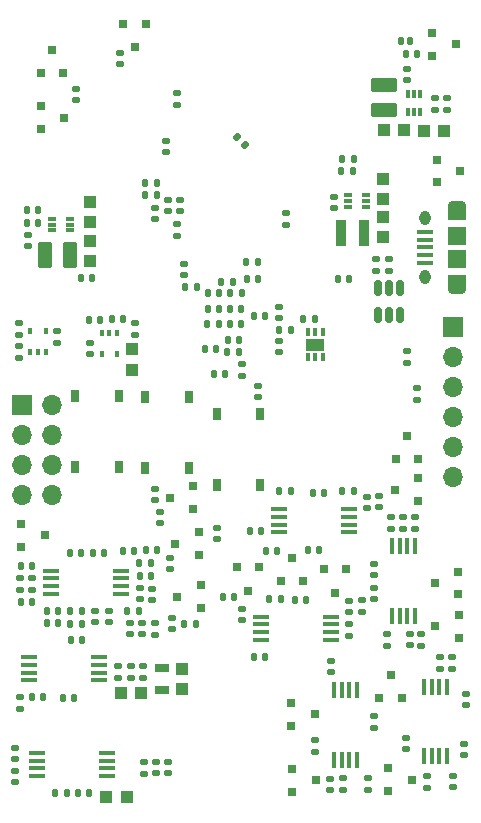
<source format=gbr>
G04 #@! TF.GenerationSoftware,KiCad,Pcbnew,7.0.1-0*
G04 #@! TF.CreationDate,2023-03-28T15:50:41-07:00*
G04 #@! TF.ProjectId,Kit-Brainboard,4b69742d-4272-4616-996e-626f6172642e,rev?*
G04 #@! TF.SameCoordinates,Original*
G04 #@! TF.FileFunction,Soldermask,Bot*
G04 #@! TF.FilePolarity,Negative*
%FSLAX46Y46*%
G04 Gerber Fmt 4.6, Leading zero omitted, Abs format (unit mm)*
G04 Created by KiCad (PCBNEW 7.0.1-0) date 2023-03-28 15:50:41*
%MOMM*%
%LPD*%
G01*
G04 APERTURE LIST*
G04 Aperture macros list*
%AMRoundRect*
0 Rectangle with rounded corners*
0 $1 Rounding radius*
0 $2 $3 $4 $5 $6 $7 $8 $9 X,Y pos of 4 corners*
0 Add a 4 corners polygon primitive as box body*
4,1,4,$2,$3,$4,$5,$6,$7,$8,$9,$2,$3,0*
0 Add four circle primitives for the rounded corners*
1,1,$1+$1,$2,$3*
1,1,$1+$1,$4,$5*
1,1,$1+$1,$6,$7*
1,1,$1+$1,$8,$9*
0 Add four rect primitives between the rounded corners*
20,1,$1+$1,$2,$3,$4,$5,0*
20,1,$1+$1,$4,$5,$6,$7,0*
20,1,$1+$1,$6,$7,$8,$9,0*
20,1,$1+$1,$8,$9,$2,$3,0*%
G04 Aperture macros list end*
%ADD10R,1.350000X0.400000*%
%ADD11O,1.550000X0.890000*%
%ADD12R,1.550000X1.200000*%
%ADD13O,0.950000X1.250000*%
%ADD14R,1.550000X1.500000*%
%ADD15R,0.700000X1.000000*%
%ADD16R,1.700000X1.700000*%
%ADD17O,1.700000X1.700000*%
%ADD18R,1.000000X1.000000*%
%ADD19RoundRect,0.147500X-0.172500X0.147500X-0.172500X-0.147500X0.172500X-0.147500X0.172500X0.147500X0*%
%ADD20RoundRect,0.147500X-0.147500X-0.172500X0.147500X-0.172500X0.147500X0.172500X-0.147500X0.172500X0*%
%ADD21R,0.800100X0.800100*%
%ADD22RoundRect,0.147500X0.147500X0.172500X-0.147500X0.172500X-0.147500X-0.172500X0.147500X-0.172500X0*%
%ADD23R,1.450000X0.450000*%
%ADD24RoundRect,0.150000X0.150000X-0.512500X0.150000X0.512500X-0.150000X0.512500X-0.150000X-0.512500X0*%
%ADD25RoundRect,0.147500X0.172500X-0.147500X0.172500X0.147500X-0.172500X0.147500X-0.172500X-0.147500X0*%
%ADD26R,0.450000X1.450000*%
%ADD27RoundRect,0.250000X-0.375000X-0.850000X0.375000X-0.850000X0.375000X0.850000X-0.375000X0.850000X0*%
%ADD28R,0.700000X0.340000*%
%ADD29RoundRect,0.125000X0.125000X0.225000X-0.125000X0.225000X-0.125000X-0.225000X0.125000X-0.225000X0*%
%ADD30RoundRect,0.147500X0.226274X0.017678X0.017678X0.226274X-0.226274X-0.017678X-0.017678X-0.226274X0*%
%ADD31RoundRect,0.250000X-0.850000X0.375000X-0.850000X-0.375000X0.850000X-0.375000X0.850000X0.375000X0*%
%ADD32R,0.350000X0.650000*%
%ADD33R,1.600000X1.000000*%
%ADD34R,1.300000X0.700000*%
%ADD35R,0.340000X0.700000*%
%ADD36R,0.340000X0.600000*%
%ADD37R,0.850000X2.300000*%
G04 APERTURE END LIST*
D10*
G04 #@! TO.C,J3*
X225105000Y-74940000D03*
X225105000Y-75590000D03*
X225105000Y-76240000D03*
X225105000Y-76890000D03*
X225105000Y-77540000D03*
D11*
X227805000Y-72740000D03*
D12*
X227805000Y-73340000D03*
D13*
X225105000Y-73740000D03*
D14*
X227805000Y-75240000D03*
X227805000Y-77240000D03*
D13*
X225105000Y-78740000D03*
D12*
X227805000Y-79140000D03*
D11*
X227805000Y-79740000D03*
G04 #@! TD*
D15*
G04 #@! TO.C,S2*
X195460000Y-88840000D03*
X195460000Y-94840000D03*
X199160000Y-88840000D03*
X199160000Y-94840000D03*
G04 #@! TD*
G04 #@! TO.C,S3*
X205080000Y-94880000D03*
X205080000Y-88880000D03*
X201380000Y-94880000D03*
X201380000Y-88880000D03*
G04 #@! TD*
G04 #@! TO.C,S1*
X211150000Y-96325000D03*
X211150000Y-90325000D03*
X207450000Y-96325000D03*
X207450000Y-90325000D03*
G04 #@! TD*
D16*
G04 #@! TO.C,AN1*
X227430000Y-82970000D03*
D17*
X227430000Y-85510000D03*
X227430000Y-88050000D03*
X227430000Y-90590000D03*
X227430000Y-93130000D03*
X227430000Y-95670000D03*
G04 #@! TD*
D16*
G04 #@! TO.C,J1*
X190980400Y-89580000D03*
D17*
X193520400Y-89580000D03*
X190980400Y-92120000D03*
X193520400Y-92120000D03*
X190980400Y-94660000D03*
X193520400Y-94660000D03*
X190980400Y-97200000D03*
X193520400Y-97200000D03*
G04 #@! TD*
D18*
G04 #@! TO.C,C91*
X223329000Y-66318000D03*
X221629000Y-66318000D03*
G04 #@! TD*
D19*
G04 #@! TO.C,C69*
X223535000Y-61100000D03*
X223535000Y-62070000D03*
G04 #@! TD*
D20*
G04 #@! TO.C,C79*
X195954000Y-78827000D03*
X196924000Y-78827000D03*
G04 #@! TD*
G04 #@! TO.C,R17*
X199875000Y-107040000D03*
X200845000Y-107040000D03*
G04 #@! TD*
D21*
G04 #@! TO.C,D15*
X224530760Y-95800000D03*
X224530760Y-97700000D03*
X222531780Y-96750000D03*
G04 #@! TD*
D22*
G04 #@! TO.C,C34*
X208925000Y-105820000D03*
X207955000Y-105820000D03*
G04 #@! TD*
D23*
G04 #@! TO.C,U6*
X191580000Y-112895000D03*
X191580000Y-112245000D03*
X191580000Y-111595000D03*
X191580000Y-110945000D03*
X197480000Y-110945000D03*
X197480000Y-111595000D03*
X197480000Y-112245000D03*
X197480000Y-112895000D03*
G04 #@! TD*
D21*
G04 #@! TO.C,D7*
X213859240Y-122320000D03*
X213859240Y-120420000D03*
X215858220Y-121370000D03*
G04 #@! TD*
D20*
G04 #@! TO.C,R12*
X195065000Y-108110000D03*
X196035000Y-108110000D03*
G04 #@! TD*
D19*
G04 #@! TO.C,R50*
X223191832Y-99074872D03*
X223191832Y-100044872D03*
G04 #@! TD*
D18*
G04 #@! TO.C,C19*
X201030696Y-113989760D03*
X199330696Y-113989760D03*
G04 #@! TD*
D19*
G04 #@! TO.C,C46*
X196708000Y-84300000D03*
X196708000Y-85270000D03*
G04 #@! TD*
D20*
G04 #@! TO.C,R18*
X190875000Y-106250000D03*
X191845000Y-106250000D03*
G04 #@! TD*
G04 #@! TO.C,C66*
X195085000Y-109500000D03*
X196055000Y-109500000D03*
G04 #@! TD*
D19*
G04 #@! TO.C,R42*
X220220000Y-121165000D03*
X220220000Y-122135000D03*
G04 #@! TD*
D24*
G04 #@! TO.C,U3*
X223010000Y-81925000D03*
X222060000Y-81925000D03*
X221110000Y-81925000D03*
X221110000Y-79650000D03*
X222060000Y-79650000D03*
X223010000Y-79650000D03*
G04 #@! TD*
D25*
G04 #@! TO.C,R4*
X222040000Y-78222500D03*
X222040000Y-77252500D03*
G04 #@! TD*
D22*
G04 #@! TO.C,C58*
X195385696Y-114419760D03*
X194415696Y-114419760D03*
G04 #@! TD*
G04 #@! TO.C,R55*
X211235000Y-100240000D03*
X210265000Y-100240000D03*
G04 #@! TD*
D25*
G04 #@! TO.C,C38*
X224260000Y-100045000D03*
X224260000Y-99075000D03*
G04 #@! TD*
D22*
G04 #@! TO.C,R10*
X191855000Y-103240000D03*
X190885000Y-103240000D03*
G04 #@! TD*
D19*
G04 #@! TO.C,R65*
X225930000Y-63608000D03*
X225930000Y-64578000D03*
G04 #@! TD*
D20*
G04 #@! TO.C,R62*
X191364000Y-74132000D03*
X192334000Y-74132000D03*
G04 #@! TD*
D21*
G04 #@! TO.C,D5*
X192549240Y-66200000D03*
X192549240Y-64300000D03*
X194548220Y-65250000D03*
G04 #@! TD*
D25*
G04 #@! TO.C,C26*
X217170000Y-112225000D03*
X217170000Y-111255000D03*
G04 #@! TD*
D26*
G04 #@! TO.C,U9*
X226954736Y-119323656D03*
X226304736Y-119323656D03*
X225654736Y-119323656D03*
X225004736Y-119323656D03*
X225004736Y-113423656D03*
X225654736Y-113423656D03*
X226304736Y-113423656D03*
X226954736Y-113423656D03*
G04 #@! TD*
D25*
G04 #@! TO.C,R35*
X218110000Y-122155000D03*
X218110000Y-121185000D03*
G04 #@! TD*
D20*
G04 #@! TO.C,R13*
X200915000Y-104050000D03*
X201885000Y-104050000D03*
G04 #@! TD*
D25*
G04 #@! TO.C,R34*
X199110696Y-112664760D03*
X199110696Y-111694760D03*
G04 #@! TD*
D22*
G04 #@! TO.C,C59*
X207631820Y-82717939D03*
X206661820Y-82717939D03*
G04 #@! TD*
D21*
G04 #@! TO.C,D8*
X213755224Y-116719136D03*
X213755224Y-114819136D03*
X215754204Y-115769136D03*
G04 #@! TD*
D20*
G04 #@! TO.C,R60*
X196621000Y-82408000D03*
X197591000Y-82408000D03*
G04 #@! TD*
D22*
G04 #@! TO.C,R41*
X224425000Y-59879020D03*
X223455000Y-59879020D03*
G04 #@! TD*
D27*
G04 #@! TO.C,L1*
X192920000Y-76910000D03*
X195070000Y-76910000D03*
G04 #@! TD*
D21*
G04 #@! TO.C,D17*
X227963984Y-107382016D03*
X227963984Y-109282016D03*
X225965004Y-108332016D03*
G04 #@! TD*
D25*
G04 #@! TO.C,R45*
X210920000Y-88915000D03*
X210920000Y-87945000D03*
G04 #@! TD*
D22*
G04 #@! TO.C,C97*
X196675000Y-122420000D03*
X195705000Y-122420000D03*
G04 #@! TD*
G04 #@! TO.C,C104*
X216555000Y-97030000D03*
X215585000Y-97030000D03*
G04 #@! TD*
D23*
G04 #@! TO.C,U11*
X212720000Y-100370000D03*
X212720000Y-99720000D03*
X212720000Y-99070000D03*
X212720000Y-98420000D03*
X218620000Y-98420000D03*
X218620000Y-99070000D03*
X218620000Y-99720000D03*
X218620000Y-100370000D03*
G04 #@! TD*
D19*
G04 #@! TO.C,C7*
X200070000Y-108025000D03*
X200070000Y-108995000D03*
G04 #@! TD*
D20*
G04 #@! TO.C,R11*
X193055000Y-106990000D03*
X194025000Y-106990000D03*
G04 #@! TD*
D21*
G04 #@! TO.C,D16*
X227918264Y-103685808D03*
X227918264Y-105585808D03*
X225919284Y-104635808D03*
G04 #@! TD*
D22*
G04 #@! TO.C,C52*
X210961000Y-78884779D03*
X209991000Y-78884779D03*
G04 #@! TD*
D28*
G04 #@! TO.C,U15*
X194993000Y-73802000D03*
X194993000Y-74302000D03*
X194993000Y-74802000D03*
X193493000Y-74802000D03*
X193493000Y-74302000D03*
X193493000Y-73802000D03*
G04 #@! TD*
D22*
G04 #@! TO.C,R61*
X192320000Y-73101000D03*
X191350000Y-73101000D03*
G04 #@! TD*
D25*
G04 #@! TO.C,C28*
X227340000Y-111890000D03*
X227340000Y-110920000D03*
G04 #@! TD*
D26*
G04 #@! TO.C,U12*
X222305000Y-101560000D03*
X222955000Y-101560000D03*
X223605000Y-101560000D03*
X224255000Y-101560000D03*
X224255000Y-107460000D03*
X223605000Y-107460000D03*
X222955000Y-107460000D03*
X222305000Y-107460000D03*
G04 #@! TD*
D25*
G04 #@! TO.C,C8*
X191810000Y-105205000D03*
X191810000Y-104235000D03*
G04 #@! TD*
G04 #@! TO.C,R33*
X201270000Y-120805000D03*
X201270000Y-119835000D03*
G04 #@! TD*
D20*
G04 #@! TO.C,C56*
X198557000Y-82330000D03*
X199527000Y-82330000D03*
G04 #@! TD*
D25*
G04 #@! TO.C,R19*
X200920000Y-106005000D03*
X200920000Y-105035000D03*
G04 #@! TD*
D20*
G04 #@! TO.C,R64*
X218090000Y-68731000D03*
X219060000Y-68731000D03*
G04 #@! TD*
D21*
G04 #@! TO.C,D23*
X225689240Y-60000000D03*
X225689240Y-58100000D03*
X227688220Y-59050000D03*
G04 #@! TD*
D25*
G04 #@! TO.C,R36*
X223530000Y-86015000D03*
X223530000Y-85045000D03*
G04 #@! TD*
D19*
G04 #@! TO.C,C61*
X203362080Y-72210099D03*
X203362080Y-73180099D03*
G04 #@! TD*
D20*
G04 #@! TO.C,R48*
X211615000Y-101900000D03*
X212585000Y-101900000D03*
G04 #@! TD*
D25*
G04 #@! TO.C,R43*
X224370000Y-89135000D03*
X224370000Y-88165000D03*
G04 #@! TD*
D21*
G04 #@! TO.C,D20*
X226069240Y-70730000D03*
X226069240Y-68830000D03*
X228068220Y-69780000D03*
G04 #@! TD*
D25*
G04 #@! TO.C,R28*
X190393486Y-119554440D03*
X190393486Y-118584440D03*
G04 #@! TD*
D26*
G04 #@! TO.C,U8*
X219325000Y-119640000D03*
X218675000Y-119640000D03*
X218025000Y-119640000D03*
X217375000Y-119640000D03*
X217375000Y-113740000D03*
X218025000Y-113740000D03*
X218675000Y-113740000D03*
X219325000Y-113740000D03*
G04 #@! TD*
D25*
G04 #@! TO.C,R6*
X197130000Y-107975000D03*
X197130000Y-107005000D03*
G04 #@! TD*
D20*
G04 #@! TO.C,C107*
X212755000Y-96870000D03*
X213725000Y-96870000D03*
G04 #@! TD*
D22*
G04 #@! TO.C,C60*
X211581000Y-82078779D03*
X210611000Y-82078779D03*
G04 #@! TD*
D25*
G04 #@! TO.C,C32*
X212720000Y-82251779D03*
X212720000Y-81281779D03*
G04 #@! TD*
D20*
G04 #@! TO.C,R56*
X218095000Y-96890000D03*
X219065000Y-96890000D03*
G04 #@! TD*
G04 #@! TO.C,C101*
X193775000Y-122440000D03*
X194745000Y-122440000D03*
G04 #@! TD*
D21*
G04 #@! TO.C,D9*
X221968976Y-122243656D03*
X221968976Y-120343656D03*
X223967956Y-121293656D03*
G04 #@! TD*
D18*
G04 #@! TO.C,C89*
X196702000Y-75662000D03*
X196702000Y-77362000D03*
G04 #@! TD*
D25*
G04 #@! TO.C,C67*
X191487000Y-76116000D03*
X191487000Y-75146000D03*
G04 #@! TD*
G04 #@! TO.C,C68*
X217406000Y-72905000D03*
X217406000Y-71935000D03*
G04 #@! TD*
G04 #@! TO.C,C35*
X219720000Y-107090000D03*
X219720000Y-106120000D03*
G04 #@! TD*
G04 #@! TO.C,R7*
X198360000Y-107955000D03*
X198360000Y-106985000D03*
G04 #@! TD*
G04 #@! TO.C,C72*
X190703500Y-85561000D03*
X190703500Y-84591000D03*
G04 #@! TD*
D20*
G04 #@! TO.C,R14*
X200895000Y-102980000D03*
X201865000Y-102980000D03*
G04 #@! TD*
D25*
G04 #@! TO.C,R21*
X203475784Y-103472416D03*
X203475784Y-102502416D03*
G04 #@! TD*
D20*
G04 #@! TO.C,C74*
X209945000Y-77446779D03*
X210915000Y-77446779D03*
G04 #@! TD*
G04 #@! TO.C,C63*
X206455000Y-84846779D03*
X207425000Y-84846779D03*
G04 #@! TD*
D25*
G04 #@! TO.C,C78*
X220790000Y-106005000D03*
X220790000Y-105035000D03*
G04 #@! TD*
D19*
G04 #@! TO.C,C39*
X224790000Y-108990000D03*
X224790000Y-109960000D03*
G04 #@! TD*
D28*
G04 #@! TO.C,U16*
X220074500Y-71799000D03*
X220074500Y-72299000D03*
X220074500Y-72799000D03*
X218574500Y-72799000D03*
X218574500Y-72299000D03*
X218574500Y-71799000D03*
G04 #@! TD*
D25*
G04 #@! TO.C,C22*
X202290000Y-120775000D03*
X202290000Y-119805000D03*
G04 #@! TD*
D19*
G04 #@! TO.C,C16*
X207450000Y-99975000D03*
X207450000Y-100945000D03*
G04 #@! TD*
D25*
G04 #@! TO.C,C95*
X213310000Y-74301779D03*
X213310000Y-73331779D03*
G04 #@! TD*
D18*
G04 #@! TO.C,C88*
X200303000Y-84878000D03*
X200303000Y-86578000D03*
G04 #@! TD*
D21*
G04 #@! TO.C,D2*
X205950760Y-100360000D03*
X205950760Y-102260000D03*
X203951780Y-101310000D03*
G04 #@! TD*
D22*
G04 #@! TO.C,R3*
X218675000Y-78940000D03*
X217705000Y-78940000D03*
G04 #@! TD*
D21*
G04 #@! TO.C,D4*
X205460000Y-96470000D03*
X205460000Y-98370000D03*
X203461020Y-97420000D03*
G04 #@! TD*
D25*
G04 #@! TO.C,R66*
X226950000Y-64570000D03*
X226950000Y-63600000D03*
G04 #@! TD*
D21*
G04 #@! TO.C,D18*
X224490000Y-94170000D03*
X222590000Y-94170000D03*
X223540000Y-92171020D03*
G04 #@! TD*
D22*
G04 #@! TO.C,C96*
X215045000Y-106080000D03*
X214075000Y-106080000D03*
G04 #@! TD*
D21*
G04 #@! TO.C,D3*
X206080000Y-104860000D03*
X206080000Y-106760000D03*
X204081020Y-105810000D03*
G04 #@! TD*
D18*
G04 #@! TO.C,C49*
X224965000Y-66404000D03*
X226665000Y-66404000D03*
G04 #@! TD*
D20*
G04 #@! TO.C,C80*
X207822000Y-79141779D03*
X208792000Y-79141779D03*
G04 #@! TD*
D25*
G04 #@! TO.C,C84*
X190717500Y-83649000D03*
X190717500Y-82679000D03*
G04 #@! TD*
D19*
G04 #@! TO.C,R26*
X190403486Y-120554440D03*
X190403486Y-121524440D03*
G04 #@! TD*
D18*
G04 #@! TO.C,C48*
X221547000Y-72132000D03*
X221547000Y-70432000D03*
G04 #@! TD*
D22*
G04 #@! TO.C,C31*
X209338560Y-84081919D03*
X208368560Y-84081919D03*
G04 #@! TD*
G04 #@! TO.C,C54*
X213724000Y-83196779D03*
X212754000Y-83196779D03*
G04 #@! TD*
D20*
G04 #@! TO.C,C17*
X204695000Y-108090000D03*
X205665000Y-108090000D03*
G04 #@! TD*
D19*
G04 #@! TO.C,R44*
X227419736Y-120978656D03*
X227419736Y-121948656D03*
G04 #@! TD*
D22*
G04 #@! TO.C,C73*
X207664560Y-81453019D03*
X206694560Y-81453019D03*
G04 #@! TD*
D19*
G04 #@! TO.C,R31*
X203310000Y-119775000D03*
X203310000Y-120745000D03*
G04 #@! TD*
D29*
G04 #@! TO.C,D11*
X223840000Y-58799020D03*
X223040000Y-58799020D03*
G04 #@! TD*
D19*
G04 #@! TO.C,C27*
X228390000Y-118260000D03*
X228390000Y-119230000D03*
G04 #@! TD*
D22*
G04 #@! TO.C,C70*
X207664700Y-80096659D03*
X206694700Y-80096659D03*
G04 #@! TD*
D19*
G04 #@! TO.C,R5*
X220940000Y-77247500D03*
X220940000Y-78217500D03*
G04 #@! TD*
D20*
G04 #@! TO.C,C108*
X195010000Y-102120000D03*
X195980000Y-102120000D03*
G04 #@! TD*
D21*
G04 #@! TO.C,D21*
X190880000Y-101570000D03*
X190880000Y-99670000D03*
X192878980Y-100620000D03*
G04 #@! TD*
D25*
G04 #@! TO.C,R9*
X202200000Y-109025000D03*
X202200000Y-108055000D03*
G04 #@! TD*
D30*
G04 #@! TO.C,R68*
X209836540Y-67559219D03*
X209150646Y-66873325D03*
G04 #@! TD*
D31*
G04 #@! TO.C,L3*
X221591000Y-62476000D03*
X221591000Y-64626000D03*
G04 #@! TD*
D22*
G04 #@! TO.C,C6*
X196005000Y-107010000D03*
X195035000Y-107010000D03*
G04 #@! TD*
D19*
G04 #@! TO.C,R38*
X226330000Y-110935000D03*
X226330000Y-111905000D03*
G04 #@! TD*
D25*
G04 #@! TO.C,C33*
X209590000Y-87085000D03*
X209590000Y-86115000D03*
G04 #@! TD*
D19*
G04 #@! TO.C,C25*
X217060000Y-121215000D03*
X217060000Y-122185000D03*
G04 #@! TD*
G04 #@! TO.C,C77*
X228530000Y-114025000D03*
X228530000Y-114995000D03*
G04 #@! TD*
G04 #@! TO.C,R24*
X195580000Y-62805000D03*
X195580000Y-63775000D03*
G04 #@! TD*
D22*
G04 #@! TO.C,R72*
X208160000Y-86940000D03*
X207190000Y-86940000D03*
G04 #@! TD*
D18*
G04 #@! TO.C,C90*
X221537000Y-73690000D03*
X221537000Y-75390000D03*
G04 #@! TD*
D25*
G04 #@! TO.C,R16*
X190770000Y-105215000D03*
X190770000Y-104245000D03*
G04 #@! TD*
G04 #@! TO.C,R46*
X209590000Y-107815000D03*
X209590000Y-106845000D03*
G04 #@! TD*
G04 #@! TO.C,R57*
X222201768Y-100044872D03*
X222201768Y-99074872D03*
G04 #@! TD*
D22*
G04 #@! TO.C,C109*
X202358460Y-71806859D03*
X201388460Y-71806859D03*
G04 #@! TD*
D25*
G04 #@! TO.C,R69*
X204098680Y-75250199D03*
X204098680Y-74280199D03*
G04 #@! TD*
G04 #@! TO.C,R51*
X223780000Y-109935000D03*
X223780000Y-108965000D03*
G04 #@! TD*
D23*
G04 #@! TO.C,U7*
X192260000Y-120985000D03*
X192260000Y-120335000D03*
X192260000Y-119685000D03*
X192260000Y-119035000D03*
X198160000Y-119035000D03*
X198160000Y-119685000D03*
X198160000Y-120335000D03*
X198160000Y-120985000D03*
G04 #@! TD*
D21*
G04 #@! TO.C,D10*
X223129736Y-114404416D03*
X221229736Y-114404416D03*
X222179736Y-112405436D03*
G04 #@! TD*
D32*
G04 #@! TO.C,U20*
X216443460Y-85526859D03*
X215793460Y-85526859D03*
X215143460Y-85526859D03*
X215143460Y-83426859D03*
X215793460Y-83426859D03*
X216443460Y-83426859D03*
D33*
X215793460Y-84476859D03*
G04 #@! TD*
D20*
G04 #@! TO.C,R15*
X201435000Y-101890000D03*
X202405000Y-101890000D03*
G04 #@! TD*
D34*
G04 #@! TO.C,C4*
X202790000Y-111830000D03*
X202790000Y-113730000D03*
G04 #@! TD*
D20*
G04 #@! TO.C,R71*
X201393460Y-70766859D03*
X202363460Y-70766859D03*
G04 #@! TD*
D25*
G04 #@! TO.C,C37*
X220175000Y-98305000D03*
X220175000Y-97335000D03*
G04 #@! TD*
D23*
G04 #@! TO.C,U4*
X193410000Y-105545000D03*
X193410000Y-104895000D03*
X193410000Y-104245000D03*
X193410000Y-103595000D03*
X199310000Y-103595000D03*
X199310000Y-104245000D03*
X199310000Y-104895000D03*
X199310000Y-105545000D03*
G04 #@! TD*
D25*
G04 #@! TO.C,C45*
X193935500Y-84296000D03*
X193935500Y-83326000D03*
G04 #@! TD*
D35*
G04 #@! TO.C,U17*
X224625000Y-64772000D03*
X224125000Y-64772000D03*
X223625000Y-64772000D03*
X223625000Y-63272000D03*
X224125000Y-63272000D03*
X224625000Y-63272000D03*
G04 #@! TD*
D23*
G04 #@! TO.C,U10*
X211198416Y-109457384D03*
X211198416Y-108807384D03*
X211198416Y-108157384D03*
X211198416Y-107507384D03*
X217098416Y-107507384D03*
X217098416Y-108157384D03*
X217098416Y-108807384D03*
X217098416Y-109457384D03*
G04 #@! TD*
D18*
G04 #@! TO.C,C47*
X196727000Y-74109000D03*
X196727000Y-72409000D03*
G04 #@! TD*
D20*
G04 #@! TO.C,C30*
X208360940Y-85097919D03*
X209330940Y-85097919D03*
G04 #@! TD*
D21*
G04 #@! TO.C,D13*
X216519720Y-103501952D03*
X218419720Y-103501952D03*
X217469720Y-105500932D03*
G04 #@! TD*
D19*
G04 #@! TO.C,R58*
X221871032Y-108986968D03*
X221871032Y-109956968D03*
G04 #@! TD*
D22*
G04 #@! TO.C,C50*
X209521440Y-82728099D03*
X208551440Y-82728099D03*
G04 #@! TD*
G04 #@! TO.C,C11*
X200455000Y-101940000D03*
X199485000Y-101940000D03*
G04 #@! TD*
D19*
G04 #@! TO.C,R49*
X221190000Y-97265000D03*
X221190000Y-98235000D03*
G04 #@! TD*
D25*
G04 #@! TO.C,R52*
X204667640Y-78577599D03*
X204667640Y-77607599D03*
G04 #@! TD*
D22*
G04 #@! TO.C,C105*
X197935000Y-102090000D03*
X196965000Y-102090000D03*
G04 #@! TD*
D25*
G04 #@! TO.C,R23*
X202669240Y-99585000D03*
X202669240Y-98615000D03*
G04 #@! TD*
D36*
G04 #@! TO.C,U19*
X197709000Y-83442000D03*
X198359000Y-83442000D03*
X199009000Y-83442000D03*
X199009000Y-85242000D03*
X197709000Y-85242000D03*
G04 #@! TD*
D18*
G04 #@! TO.C,C5*
X204540000Y-111960000D03*
X204540000Y-113660000D03*
G04 #@! TD*
D19*
G04 #@! TO.C,R27*
X190800000Y-114330000D03*
X190800000Y-115300000D03*
G04 #@! TD*
D25*
G04 #@! TO.C,R54*
X218690000Y-109100000D03*
X218690000Y-108130000D03*
G04 #@! TD*
D19*
G04 #@! TO.C,C93*
X204337440Y-72222799D03*
X204337440Y-73192799D03*
G04 #@! TD*
D21*
G04 #@! TO.C,D12*
X209150000Y-103329240D03*
X211050000Y-103329240D03*
X210100000Y-105328220D03*
G04 #@! TD*
D22*
G04 #@! TO.C,C62*
X209577180Y-80132219D03*
X208607180Y-80132219D03*
G04 #@! TD*
D20*
G04 #@! TO.C,C100*
X211895000Y-106000000D03*
X212865000Y-106000000D03*
G04 #@! TD*
D19*
G04 #@! TO.C,C57*
X220800000Y-115935000D03*
X220800000Y-116905000D03*
G04 #@! TD*
D25*
G04 #@! TO.C,R22*
X203669872Y-108558814D03*
X203669872Y-107588814D03*
G04 #@! TD*
G04 #@! TO.C,R37*
X225279736Y-121968656D03*
X225279736Y-120998656D03*
G04 #@! TD*
D22*
G04 #@! TO.C,C76*
X215768460Y-82256859D03*
X214798460Y-82256859D03*
G04 #@! TD*
D25*
G04 #@! TO.C,C43*
X203170000Y-68161779D03*
X203170000Y-67191779D03*
G04 #@! TD*
G04 #@! TO.C,C18*
X202250000Y-97635000D03*
X202250000Y-96665000D03*
G04 #@! TD*
D36*
G04 #@! TO.C,U18*
X192965500Y-85130000D03*
X192315500Y-85130000D03*
X191665500Y-85130000D03*
X191665500Y-83330000D03*
X192965500Y-83330000D03*
G04 #@! TD*
D25*
G04 #@! TO.C,R8*
X201120000Y-109005000D03*
X201120000Y-108035000D03*
G04 #@! TD*
G04 #@! TO.C,C85*
X223470000Y-118745000D03*
X223470000Y-117775000D03*
G04 #@! TD*
D19*
G04 #@! TO.C,R47*
X218680000Y-106135000D03*
X218680000Y-107105000D03*
G04 #@! TD*
D18*
G04 #@! TO.C,C20*
X199820000Y-122810000D03*
X198120000Y-122810000D03*
G04 #@! TD*
D22*
G04 #@! TO.C,R53*
X211565000Y-110920000D03*
X210595000Y-110920000D03*
G04 #@! TD*
D20*
G04 #@! TO.C,C36*
X215145000Y-101830000D03*
X216115000Y-101830000D03*
G04 #@! TD*
D22*
G04 #@! TO.C,R63*
X218979000Y-69780000D03*
X218009000Y-69780000D03*
G04 #@! TD*
D21*
G04 #@! TO.C,D14*
X214770000Y-104500760D03*
X212870000Y-104500760D03*
X213820000Y-102501780D03*
G04 #@! TD*
D22*
G04 #@! TO.C,C9*
X194035000Y-108020000D03*
X193065000Y-108020000D03*
G04 #@! TD*
D19*
G04 #@! TO.C,C103*
X204083440Y-63198179D03*
X204083440Y-64168179D03*
G04 #@! TD*
D25*
G04 #@! TO.C,C10*
X201960000Y-106095000D03*
X201960000Y-105125000D03*
G04 #@! TD*
G04 #@! TO.C,C65*
X215780000Y-118955000D03*
X215780000Y-117985000D03*
G04 #@! TD*
G04 #@! TO.C,R70*
X202193460Y-73851859D03*
X202193460Y-72881859D03*
G04 #@! TD*
D37*
G04 #@! TO.C,L2*
X217963000Y-74980000D03*
X219913000Y-74980000D03*
G04 #@! TD*
D19*
G04 #@! TO.C,R32*
X201250696Y-111694760D03*
X201250696Y-112664760D03*
G04 #@! TD*
G04 #@! TO.C,C86*
X220780000Y-103015000D03*
X220780000Y-103985000D03*
G04 #@! TD*
D22*
G04 #@! TO.C,C53*
X209546840Y-81458099D03*
X208576840Y-81458099D03*
G04 #@! TD*
D25*
G04 #@! TO.C,C51*
X212760000Y-85101779D03*
X212760000Y-84131779D03*
G04 #@! TD*
D21*
G04 #@! TO.C,D25*
X194450000Y-61490760D03*
X192550000Y-61490760D03*
X193500000Y-59491780D03*
G04 #@! TD*
D19*
G04 #@! TO.C,C75*
X200550000Y-82662000D03*
X200550000Y-83632000D03*
G04 #@! TD*
D25*
G04 #@! TO.C,C23*
X200200696Y-112664760D03*
X200200696Y-111694760D03*
G04 #@! TD*
D22*
G04 #@! TO.C,C71*
X205757160Y-79586119D03*
X204787160Y-79586119D03*
G04 #@! TD*
D20*
G04 #@! TO.C,R29*
X191775000Y-114300000D03*
X192745000Y-114300000D03*
G04 #@! TD*
D25*
G04 #@! TO.C,R25*
X199292992Y-60730640D03*
X199292992Y-59760640D03*
G04 #@! TD*
D21*
G04 #@! TO.C,D6*
X199550000Y-57299240D03*
X201450000Y-57299240D03*
X200500000Y-59298220D03*
G04 #@! TD*
M02*

</source>
